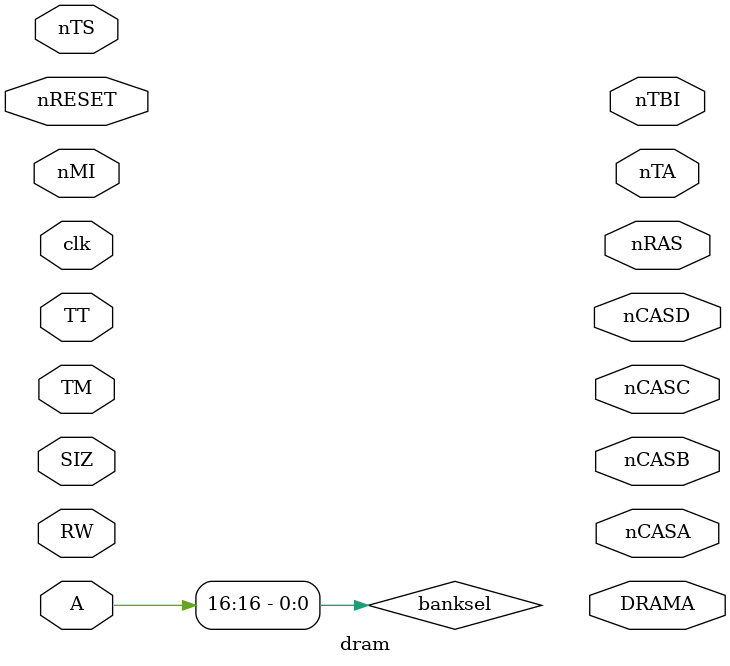
<source format=v>

module dram(


// 68040 signals

	// Timing
	input 	clk,		// Input clock
	input 	nRESET,		// Reset

	// A/D Bus
	input 	[31:0] A,	// Address Bus

	// Transfer Attributes
	input 	[1:0] TT,	// Transfer Type
	input 	[2:0] TM,	// Transfer Modifier
	input 	[1:0] SIZ,	// Transfer Size
	input 	RW,		// Read/nWrite

	// Transfer Control
	input 	nTS,		// Transfer Start
	output	nTA,		// Transfer Acknowledge
	output	nTBI,		// Transfer Burst Inhibit

	// Snoop Control Signals
	input	nMI,		// Memory Inhibit

// DRAM signals
	
	// Addressing
	output	[11:0] DRAMA,	// DRAM Multiplexed Address Bus

	// RAS and CAS lines are arrays to make things easier
	output	[3:0]	nRAS,	// Row Address Strobe
	output	[3:0]	nCASA,	// Column Address Strobe (Module A)
	output	[3:0]	nCASB,	// Column Address Strobe (Module B)
	output	[3:0]	nCASC,	// Column Address Strobe (Module C)
	output	[3:0]	nCASD,	// Column Address Strobe (Module D)

	// Module Detection
	/* TODO: Implement detection

	input	[3:0]	PDA,	// Presence Detect (Module A)
	input	[3:0]	PDB,	// Presence Detect (Module B)
	input	[3:0]	PDC,	// Presence Detect (Module C)
	input	[3:0]	PDD,	// Presence Detect (Module D)
	*/
);

// Internal signals
wire dramsel;
wire banksel;

// ----------------
// -- Addressing --
// ----------------

// Enable DRAM controller when Address bus = 0x0000_0000 to 0x1FFF_FFFF
assign dramsel = (( ~A[31] & ~A[30] & ~A[29] ) & ~nMI );
assign banksel = A[16];



sm sm_inst(
	.clk(clk),
	.nRESET(nRESET)
);

endmodule

</source>
